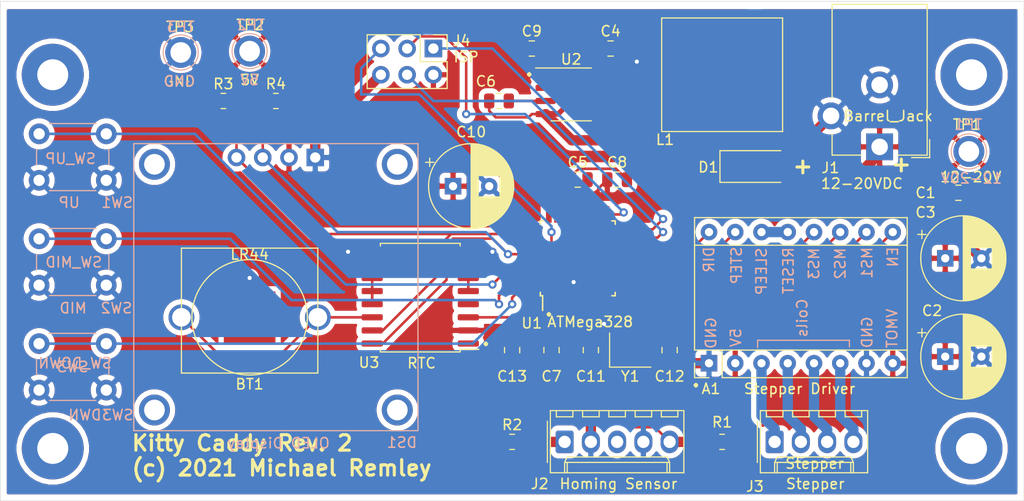
<source format=kicad_pcb>
(kicad_pcb (version 20171130) (host pcbnew "(5.1.10)-1")
  (layers (0 F.Cu signal) (31 B.Cu signal) (34 B.Paste user hide) (35 F.Paste user hide) (36 B.SilkS user) (37 F.SilkS user) (38 B.Mask user hide) (39 F.Mask user hide) (44 Edge.Cuts user))
  (net 0 "")
  (net 1 DIR)
  (net 2 +12V)
  (net 3 STEP)
  (net 4 GND)
  (net 5 "Net-(A1-Pad13)")
  (net 6 "Net-(A1-Pad6)")
  (net 7 "Net-(A1-Pad5)")
  (net 8 MS3)
  (net 9 "Net-(A1-Pad4)")
  (net 10 MS2)
  (net 11 "Net-(A1-Pad3)")
  (net 12 MS1)
  (net 13 +5V)
  (net 14 STEP_EN)
  (net 15 "Net-(D1-Pad1)")
  (net 16 SDA)
  (net 17 SCL)
  (net 18 SS_RESET)
  (net 19 MOSI)
  (net 20 SCK)
  (net 21 MISO)
  (net 22 HOMING)
  (net 23 SW_UP)
  (net 24 SW_MID)
  (net 25 SW_DOWN)
  (net 26 ALARM)
  (net 27 /VBAT)
  (net 28 "Net-(C5-Pad1)")
  (net 29 "Net-(C6-Pad2)")
  (net 30 "Net-(C11-Pad2)")
  (net 31 "Net-(C12-Pad1)")
  (net 32 "Net-(J2-Pad3)")
  (net 33 "Net-(J2-Pad1)")
  (net 34 "Net-(U1-Pad26)")
  (net 35 "Net-(U1-Pad25)")
  (net 36 "Net-(U1-Pad24)")
  (net 37 "Net-(U1-Pad23)")
  (net 38 "Net-(U1-Pad22)")
  (net 39 "Net-(U1-Pad19)")
  (net 40 "Net-(U2-Pad2)")
  (net 41 "Net-(U3-Pad4)")
  (net 42 "Net-(U3-Pad1)")
  (module @KittyCaddyLib:Keystone_2997_LR44_Holder_THT (layer F.Cu) (at 102.87 93.345 180)
    (fp_text reference BT1 (at 0 -6.477) (layer F.SilkS))
    (fp_text value 3.3V hide)
    (fp_text user LR44 (at 0 6.096) (layer F.SilkS))
    (pad 1 thru_hole circle (at 6.6 0 180) (size 2.5 2.5) (drill 1.8) (layers *.Cu *.Mask) (net 27 /VBAT))
    (pad 2 connect rect (at 0 0 180) (size 5 5) (layers F.Cu F.Mask) (net 4 GND))
    (pad 1 thru_hole circle (at -6.6 0 180) (size 2.5 2.5) (drill 1.8) (layers *.Cu *.Mask) (net 27 /VBAT))
  )
  (module Package_SO:SOIC-16W_7.5x10.3mm_P1.27mm (layer F.Cu) (at 119.38 91.44 180)
    (fp_text reference U3 (at 4.953 -6.2865) (layer F.SilkS))
    (fp_text value DS3231M)
    (pad 16 smd roundrect (at 4.65 -4.445 180) (size 2.05 0.6) (layers F.Cu F.Paste F.Mask) (net 17 SCL))
    (pad 15 smd roundrect (at 4.65 -3.175 180) (size 2.05 0.6) (layers F.Cu F.Paste F.Mask) (net 16 SDA))
    (pad 14 smd roundrect (at 4.65 -1.905 180) (size 2.05 0.6) (layers F.Cu F.Paste F.Mask) (net 27 /VBAT))
    (pad 13 smd roundrect (at 4.65 -0.635 180) (size 2.05 0.6) (layers F.Cu F.Paste F.Mask) (net 4 GND))
    (pad 12 smd roundrect (at 4.65 0.635 180) (size 2.05 0.6) (layers F.Cu F.Paste F.Mask) (net 4 GND))
    (pad 11 smd roundrect (at 4.65 1.905 180) (size 2.05 0.6) (layers F.Cu F.Paste F.Mask) (net 4 GND))
    (pad 10 smd roundrect (at 4.65 3.175 180) (size 2.05 0.6) (layers F.Cu F.Paste F.Mask) (net 4 GND))
    (pad 9 smd roundrect (at 4.65 4.445 180) (size 2.05 0.6) (layers F.Cu F.Paste F.Mask) (net 4 GND))
    (pad 8 smd roundrect (at -4.65 4.445 180) (size 2.05 0.6) (layers F.Cu F.Paste F.Mask) (net 4 GND))
    (pad 7 smd roundrect (at -4.65 3.175 180) (size 2.05 0.6) (layers F.Cu F.Paste F.Mask) (net 4 GND))
    (pad 6 smd roundrect (at -4.65 1.905 180) (size 2.05 0.6) (layers F.Cu F.Paste F.Mask) (net 4 GND))
    (pad 5 smd roundrect (at -4.65 0.635 180) (size 2.05 0.6) (layers F.Cu F.Paste F.Mask) (net 4 GND))
    (pad 4 smd roundrect (at -4.65 -0.635 180) (size 2.05 0.6) (layers F.Cu F.Paste F.Mask) (net 41 "Net-(U3-Pad4)"))
    (pad 3 smd roundrect (at -4.65 -1.905 180) (size 2.05 0.6) (layers F.Cu F.Paste F.Mask) (net 26 ALARM))
    (pad 2 smd roundrect (at -4.65 -3.175 180) (size 2.05 0.6) (layers F.Cu F.Paste F.Mask) (net 13 +5V))
    (pad 1 smd roundrect (at -4.65 -4.445 180) (size 2.05 0.6) (layers F.Cu F.Paste F.Mask) (net 42 "Net-(U3-Pad1)"))
  )
  (module TestPoint:TestPoint_Plated_Hole_D2.0mm (layer B.Cu) (at 96.2025 67.691 180)
    (fp_text reference TP3 (at 0 2.498) (layer B.SilkS) (effects (justify mirror)))
    (fp_text value GND)
    (pad 1 thru_hole circle (at 0 0 180) (size 3 3) (drill 2) (layers *.Cu *.Mask) (net 4 GND))
  )
  (module TestPoint:TestPoint_Plated_Hole_D2.0mm (layer B.Cu) (at 102.87 67.564)
    (fp_text reference TP2 (at 0.127 -2.54) (layer B.SilkS) (effects (justify mirror)))
    (fp_text value 5V)
    (pad 1 thru_hole circle (at 0 0) (size 3 3) (drill 2) (layers *.Cu *.Mask) (net 13 +5V))
  )
  (module TestPoint:TestPoint_Plated_Hole_D2.0mm (layer B.Cu) (at 172.466 77.2795)
    (fp_text reference TP1 (at -0.0635 -2.6035) (layer B.SilkS) (effects (justify mirror)))
    (fp_text value 12V)
    (pad 1 thru_hole circle (at 0 0) (size 3 3) (drill 2) (layers *.Cu *.Mask) (net 2 +12V))
  )
  (module @KittyCaddyLib:Inductor_Panasonic_12mm_x_11mm (layer F.Cu) (at 148.59 69.85 180)
    (fp_text reference L1 (at 5.5245 -6.2865 180) (layer F.SilkS))
    (fp_text value 47uH/3A)
    (pad 2 smd rect (at 4.313 0 180) (size 3.439 3.251) (layers F.Cu F.Paste F.Mask) (net 13 +5V))
    (pad 1 smd rect (at -4.313 0 180) (size 3.439 3.251) (layers F.Cu F.Paste F.Mask) (net 15 "Net-(D1-Pad1)"))
  )
  (module Capacitor_THT:CP_Radial_D8.0mm_P3.50mm (layer F.Cu) (at 122.555 80.645)
    (fp_text reference C10 (at 1.75 -5.25) (layer F.SilkS))
    (fp_text value 100uF)
    (pad 2 thru_hole circle (at 3.5 0) (size 1.6 1.6) (drill 0.8) (layers *.Cu *.Mask) (net 4 GND))
    (pad 1 thru_hole rect (at 0 0) (size 1.6 1.6) (drill 0.8) (layers *.Cu *.Mask) (net 13 +5V))
  )
  (module Capacitor_THT:CP_Radial_D8.0mm_P3.50mm (layer F.Cu) (at 170.18 87.63)
    (fp_text reference C3 (at -1.905 -4.445) (layer F.SilkS))
    (fp_text value 100uF)
    (pad 2 thru_hole circle (at 3.5 0) (size 1.6 1.6) (drill 0.8) (layers *.Cu *.Mask) (net 4 GND))
    (pad 1 thru_hole rect (at 0 0) (size 1.6 1.6) (drill 0.8) (layers *.Cu *.Mask) (net 2 +12V))
  )
  (module Capacitor_THT:CP_Radial_D8.0mm_P3.50mm (layer F.Cu) (at 170.18 97.155)
    (fp_text reference C2 (at -1.27 -4.445) (layer F.SilkS))
    (fp_text value 100uF50V)
    (pad 2 thru_hole circle (at 3.5 0) (size 1.6 1.6) (drill 0.8) (layers *.Cu *.Mask) (net 4 GND))
    (pad 1 thru_hole rect (at 0 0) (size 1.6 1.6) (drill 0.8) (layers *.Cu *.Mask) (net 2 +12V))
  )
  (module MountingHole:MountingHole_3mm_Pad (layer F.Cu) (at 172.72 106.045)
    (fp_text reference H4)
    (fp_text value MountingHole)
    (pad 1 thru_hole circle (at 0 0) (size 6 6) (drill 3) (layers *.Cu *.Mask))
  )
  (module MountingHole:MountingHole_3mm_Pad (layer F.Cu) (at 83.82 106.045)
    (fp_text reference H3 hide)
    (fp_text value MountingHole hide)
    (pad 1 thru_hole circle (at 0 0) (size 6 6) (drill 3) (layers *.Cu *.Mask))
  )
  (module MountingHole:MountingHole_3mm_Pad (layer F.Cu) (at 172.72 69.85)
    (fp_text reference H2)
    (fp_text value MountingHole)
    (pad 1 thru_hole circle (at 0 0) (size 6 6) (drill 3) (layers *.Cu *.Mask))
  )
  (module MountingHole:MountingHole_3mm_Pad (layer F.Cu) (at 83.82 69.85)
    (fp_text reference H1)
    (fp_text value MountingHole)
    (pad 1 thru_hole circle (at 0 0) (size 6 6) (drill 3) (layers *.Cu *.Mask))
  )
  (module Crystal:Crystal_SMD_3225-4Pin_3.2x2.5mm (layer F.Cu) (at 139.7 96.52)
    (fp_text reference Y1 (at 0 2.54) (layer F.SilkS))
    (fp_text value 16MHz)
    (pad 1 smd rect (at -1.1 0.85) (size 1.4 1.2) (layers F.Cu F.Paste F.Mask) (net 30 "Net-(C11-Pad2)"))
    (pad 2 smd rect (at 1.1 0.85) (size 1.4 1.2) (layers F.Cu F.Paste F.Mask) (net 4 GND))
    (pad 3 smd rect (at 1.1 -0.85) (size 1.4 1.2) (layers F.Cu F.Paste F.Mask) (net 31 "Net-(C12-Pad1)"))
    (pad 4 smd rect (at -1.1 -0.85) (size 1.4 1.2) (layers F.Cu F.Paste F.Mask) (net 4 GND))
  )
  (module Resistor_SMD:R_0805_2012Metric (layer F.Cu) (at 105.41 72.39)
    (fp_text reference R4 (at 0 -1.65) (layer F.SilkS))
    (fp_text value 10k)
    (pad 2 smd roundrect (at 0.9125 0) (size 1.025 1.4) (layers F.Cu F.Paste F.Mask) (roundrect_rratio 0.2439004878048781) (net 17 SCL))
    (pad 1 smd roundrect (at -0.9125 0) (size 1.025 1.4) (layers F.Cu F.Paste F.Mask) (roundrect_rratio 0.2439004878048781) (net 13 +5V))
  )
  (module Resistor_SMD:R_0805_2012Metric (layer F.Cu) (at 100.33 72.39)
    (fp_text reference R3 (at 0 -1.65) (layer F.SilkS))
    (fp_text value 10k)
    (pad 2 smd roundrect (at 0.9125 0) (size 1.025 1.4) (layers F.Cu F.Paste F.Mask) (roundrect_rratio 0.2439004878048781) (net 16 SDA))
    (pad 1 smd roundrect (at -0.9125 0) (size 1.025 1.4) (layers F.Cu F.Paste F.Mask) (roundrect_rratio 0.2439004878048781) (net 13 +5V))
  )
  (module Resistor_SMD:R_0805_2012Metric (layer F.Cu) (at 148.59 105.41 180)
    (fp_text reference R1 (at 0 1.905) (layer F.SilkS))
    (fp_text value 50k)
    (pad 2 smd roundrect (at 0.9125 0 180) (size 1.025 1.4) (layers F.Cu F.Paste F.Mask) (roundrect_rratio 0.2439004878048781) (net 22 HOMING))
    (pad 1 smd roundrect (at -0.9125 0 180) (size 1.025 1.4) (layers F.Cu F.Paste F.Mask) (roundrect_rratio 0.2439004878048781) (net 13 +5V))
  )
  (module Resistor_SMD:R_0805_2012Metric (layer F.Cu) (at 128.27 105.41)
    (fp_text reference R2 (at 0 -1.65) (layer F.SilkS))
    (fp_text value 220)
    (pad 2 smd roundrect (at 0.9125 0) (size 1.025 1.4) (layers F.Cu F.Paste F.Mask) (roundrect_rratio 0.2439004878048781) (net 33 "Net-(J2-Pad1)"))
    (pad 1 smd roundrect (at -0.9125 0) (size 1.025 1.4) (layers F.Cu F.Paste F.Mask) (roundrect_rratio 0.2439004878048781) (net 13 +5V))
  )
  (module Capacitor_SMD:C_0805_2012Metric (layer F.Cu) (at 143.51 96.52 270)
    (fp_text reference C12 (at 2.54 0 180) (layer F.SilkS))
    (fp_text value 18uF)
    (pad 1 smd roundrect (at -0.95 0 270) (size 1 1.45) (layers F.Cu F.Paste F.Mask) (net 31 "Net-(C12-Pad1)"))
    (pad 2 smd roundrect (at 0.95 0 270) (size 1 1.45) (layers F.Cu F.Paste F.Mask) (net 4 GND))
  )
  (module Capacitor_SMD:C_0805_2012Metric (layer F.Cu) (at 135.89 96.52 270)
    (fp_text reference C11 (at 2.54 0 180) (layer F.SilkS))
    (fp_text value 18uF)
    (pad 1 smd roundrect (at -0.95 0 270) (size 1 1.45) (layers F.Cu F.Paste F.Mask) (net 4 GND))
    (pad 2 smd roundrect (at 0.95 0 270) (size 1 1.45) (layers F.Cu F.Paste F.Mask) (net 30 "Net-(C11-Pad2)"))
  )
  (module Capacitor_SMD:C_0805_2012Metric (layer F.Cu) (at 132.08 96.52 270)
    (fp_text reference C7 (at 2.54 0 180) (layer F.SilkS))
    (fp_text value 100n)
    (pad 1 smd roundrect (at -0.95 0 270) (size 1 1.45) (layers F.Cu F.Paste F.Mask) (net 13 +5V))
    (pad 2 smd roundrect (at 0.95 0 270) (size 1 1.45) (layers F.Cu F.Paste F.Mask) (net 4 GND))
  )
  (module Capacitor_SMD:C_0805_2012Metric (layer F.Cu) (at 138.43 80.01)
    (fp_text reference C8 (at 0 -1.68) (layer F.SilkS))
    (fp_text value 100n)
    (pad 2 smd roundrect (at 0.95 0) (size 1 1.45) (layers F.Cu F.Paste F.Mask) (net 4 GND))
    (pad 1 smd roundrect (at -0.95 0) (size 1 1.45) (layers F.Cu F.Paste F.Mask) (net 13 +5V))
  )
  (module Capacitor_SMD:C_0805_2012Metric (layer F.Cu) (at 130.175 67.31)
    (fp_text reference C9 (at 0 -1.68) (layer F.SilkS))
    (fp_text value 1u)
    (pad 2 smd roundrect (at 0.95 0) (size 1 1.45) (layers F.Cu F.Paste F.Mask) (net 4 GND))
    (pad 1 smd roundrect (at -0.95 0) (size 1 1.45) (layers F.Cu F.Paste F.Mask) (net 13 +5V))
  )
  (module Capacitor_SMD:C_0805_2012Metric (layer F.Cu) (at 137.795 67.31)
    (fp_text reference C4 (at 0 -1.68) (layer F.SilkS))
    (fp_text value 1u)
    (pad 2 smd roundrect (at 0.95 0) (size 1 1.45) (layers F.Cu F.Paste F.Mask) (net 4 GND))
    (pad 1 smd roundrect (at -0.95 0) (size 1 1.45) (layers F.Cu F.Paste F.Mask) (net 2 +12V))
  )
  (module Capacitor_SMD:C_0805_2012Metric (layer F.Cu) (at 134.62 80.01 180)
    (fp_text reference C5 (at 0 1.68) (layer F.SilkS))
    (fp_text value 100n)
    (pad 1 smd roundrect (at -0.95 0 180) (size 1 1.45) (layers F.Cu F.Paste F.Mask) (net 28 "Net-(C5-Pad1)"))
    (pad 2 smd roundrect (at 0.95 0 180) (size 1 1.45) (layers F.Cu F.Paste F.Mask) (net 4 GND))
  )
  (module Capacitor_SMD:C_0805_2012Metric (layer F.Cu) (at 127 72.39)
    (fp_text reference C6 (at -1.27 -1.905) (layer F.SilkS))
    (fp_text value 1u)
    (pad 2 smd roundrect (at 0.95 0) (size 1 1.45) (layers F.Cu F.Paste F.Mask) (net 29 "Net-(C6-Pad2)"))
    (pad 1 smd roundrect (at -0.95 0) (size 1 1.45) (layers F.Cu F.Paste F.Mask) (net 2 +12V))
  )
  (module Capacitor_SMD:C_0805_2012Metric (layer F.Cu) (at 171.45 81.28)
    (fp_text reference C1 (at -3.175 0) (layer F.SilkS))
    (fp_text value 100n)
    (pad 2 smd roundrect (at 0.95 0) (size 1 1.45) (layers F.Cu F.Paste F.Mask) (net 4 GND))
    (pad 1 smd roundrect (at -0.95 0) (size 1 1.45) (layers F.Cu F.Paste F.Mask) (net 2 +12V))
  )
  (module Capacitor_SMD:C_0805_2012Metric (layer F.Cu) (at 128.27 96.52 270)
    (fp_text reference C13 (at 2.54 0 180) (layer F.SilkS))
    (fp_text value 100n)
    (pad 1 smd roundrect (at -0.95 0 270) (size 1 1.45) (layers F.Cu F.Paste F.Mask) (net 13 +5V))
    (pad 2 smd roundrect (at 0.95 0 270) (size 1 1.45) (layers F.Cu F.Paste F.Mask) (net 4 GND))
  )
  (module Package_QFP:TQFP-32_7x7mm_P0.8mm (layer F.Cu) (at 134.62 87.63 90)
    (fp_text reference U1 (at -6.2865 -4.445 180) (layer F.SilkS))
    (fp_text value ATmega328P-AU)
    (pad 1 smd rect (at -4.25 -2.8 90) (size 1.6 0.55) (layers F.Cu F.Paste F.Mask) (net 26 ALARM))
    (pad 2 smd rect (at -4.25 -2 90) (size 1.6 0.55) (layers F.Cu F.Paste F.Mask) (net 22 HOMING))
    (pad 3 smd rect (at -4.25 -1.2 90) (size 1.6 0.55) (layers F.Cu F.Paste F.Mask) (net 4 GND))
    (pad 4 smd rect (at -4.25 -0.4 90) (size 1.6 0.55) (layers F.Cu F.Paste F.Mask) (net 13 +5V))
    (pad 5 smd rect (at -4.25 0.4 90) (size 1.6 0.55) (layers F.Cu F.Paste F.Mask) (net 4 GND))
    (pad 6 smd rect (at -4.25 1.2 90) (size 1.6 0.55) (layers F.Cu F.Paste F.Mask) (net 13 +5V))
    (pad 7 smd rect (at -4.25 2 90) (size 1.6 0.55) (layers F.Cu F.Paste F.Mask) (net 30 "Net-(C11-Pad2)"))
    (pad 8 smd rect (at -4.25 2.8 90) (size 1.6 0.55) (layers F.Cu F.Paste F.Mask) (net 31 "Net-(C12-Pad1)"))
    (pad 9 smd rect (at -2.8 4.25 180) (size 1.6 0.55) (layers F.Cu F.Paste F.Mask) (net 14 STEP_EN))
    (pad 10 smd rect (at -2 4.25 180) (size 1.6 0.55) (layers F.Cu F.Paste F.Mask) (net 12 MS1))
    (pad 11 smd rect (at -1.2 4.25 180) (size 1.6 0.55) (layers F.Cu F.Paste F.Mask) (net 10 MS2))
    (pad 12 smd rect (at -0.4 4.25 180) (size 1.6 0.55) (layers F.Cu F.Paste F.Mask) (net 8 MS3))
    (pad 13 smd rect (at 0.4 4.25 180) (size 1.6 0.55) (layers F.Cu F.Paste F.Mask) (net 3 STEP))
    (pad 14 smd rect (at 1.2 4.25 180) (size 1.6 0.55) (layers F.Cu F.Paste F.Mask) (net 1 DIR))
    (pad 15 smd rect (at 2 4.25 180) (size 1.6 0.55) (layers F.Cu F.Paste F.Mask) (net 19 MOSI))
    (pad 16 smd rect (at 2.8 4.25 180) (size 1.6 0.55) (layers F.Cu F.Paste F.Mask) (net 21 MISO))
    (pad 17 smd rect (at 4.25 2.8 90) (size 1.6 0.55) (layers F.Cu F.Paste F.Mask) (net 20 SCK))
    (pad 18 smd rect (at 4.25 2 90) (size 1.6 0.55) (layers F.Cu F.Paste F.Mask) (net 13 +5V))
    (pad 19 smd rect (at 4.25 1.2 90) (size 1.6 0.55) (layers F.Cu F.Paste F.Mask) (net 39 "Net-(U1-Pad19)"))
    (pad 20 smd rect (at 4.25 0.4 90) (size 1.6 0.55) (layers F.Cu F.Paste F.Mask) (net 28 "Net-(C5-Pad1)"))
    (pad 21 smd rect (at 4.25 -0.4 90) (size 1.6 0.55) (layers F.Cu F.Paste F.Mask) (net 4 GND))
    (pad 22 smd rect (at 4.25 -1.2 90) (size 1.6 0.55) (layers F.Cu F.Paste F.Mask) (net 38 "Net-(U1-Pad22)"))
    (pad 23 smd rect (at 4.25 -2 90) (size 1.6 0.55) (layers F.Cu F.Paste F.Mask) (net 37 "Net-(U1-Pad23)"))
    (pad 24 smd rect (at 4.25 -2.8 90) (size 1.6 0.55) (layers F.Cu F.Paste F.Mask) (net 36 "Net-(U1-Pad24)"))
    (pad 25 smd rect (at 2.8 -4.25 180) (size 1.6 0.55) (layers F.Cu F.Paste F.Mask) (net 35 "Net-(U1-Pad25)"))
    (pad 26 smd rect (at 2 -4.25 180) (size 1.6 0.55) (layers F.Cu F.Paste F.Mask) (net 34 "Net-(U1-Pad26)"))
    (pad 27 smd rect (at 1.2 -4.25 180) (size 1.6 0.55) (layers F.Cu F.Paste F.Mask) (net 16 SDA))
    (pad 28 smd rect (at 0.4 -4.25 180) (size 1.6 0.55) (layers F.Cu F.Paste F.Mask) (net 17 SCL))
    (pad 29 smd rect (at -0.4 -4.25 180) (size 1.6 0.55) (layers F.Cu F.Paste F.Mask) (net 18 SS_RESET))
    (pad 30 smd rect (at -1.2 -4.25 180) (size 1.6 0.55) (layers F.Cu F.Paste F.Mask) (net 23 SW_UP))
    (pad 31 smd rect (at -2 -4.25 180) (size 1.6 0.55) (layers F.Cu F.Paste F.Mask) (net 24 SW_MID))
    (pad 32 smd rect (at -2.8 -4.25 180) (size 1.6 0.55) (layers F.Cu F.Paste F.Mask) (net 25 SW_DOWN))
  )
  (module Package_SO:SOIC-8_3.9x4.9mm_P1.27mm (layer F.Cu) (at 133.985 71.755)
    (fp_text reference U2 (at 0 -3.4 180) (layer F.SilkS))
    (fp_text value XL2012)
    (pad 8 smd roundrect (at 2.475 -1.905) (size 1.95 0.6) (layers F.Cu F.Paste F.Mask) (net 4 GND))
    (pad 7 smd roundrect (at 2.475 -0.635) (size 1.95 0.6) (layers F.Cu F.Paste F.Mask) (net 4 GND))
    (pad 6 smd roundrect (at 2.475 0.635) (size 1.95 0.6) (layers F.Cu F.Paste F.Mask) (net 15 "Net-(D1-Pad1)"))
    (pad 5 smd roundrect (at 2.475 1.905) (size 1.95 0.6) (layers F.Cu F.Paste F.Mask) (net 15 "Net-(D1-Pad1)"))
    (pad 4 smd roundrect (at -2.475 1.905) (size 1.95 0.6) (layers F.Cu F.Paste F.Mask) (net 2 +12V))
    (pad 3 smd roundrect (at -2.475 0.635) (size 1.95 0.6) (layers F.Cu F.Paste F.Mask) (net 29 "Net-(C6-Pad2)"))
    (pad 2 smd roundrect (at -2.475 -0.635) (size 1.95 0.6) (layers F.Cu F.Paste F.Mask) (net 40 "Net-(U2-Pad2)"))
    (pad 1 smd roundrect (at -2.475 -1.905) (size 1.95 0.6) (layers F.Cu F.Paste F.Mask) (net 13 +5V))
  )
  (module Button_Switch_THT:SW_PUSH_6mm_H9.5mm (layer B.Cu) (at 82.5004 100.3956)
    (fp_text reference SW3 (at 7.6061 2.4109) (layer B.SilkS) (effects (justify mirror)))
    (fp_text value SW_DOWN (at 3.4786 -2.6056) (layer B.SilkS) (effects (justify mirror)))
    (fp_text user %R (at 3.25 -2.25) (layer B.SilkS) (effects (justify mirror)))
    (pad 1 thru_hole circle (at 6.5 0 270) (size 2 2) (drill 1.1) (layers *.Cu *.Mask) (net 4 GND))
    (pad 2 thru_hole circle (at 6.5 -4.5 270) (size 2 2) (drill 1.1) (layers *.Cu *.Mask) (net 25 SW_DOWN))
    (pad 1 thru_hole circle (at 0 0 270) (size 2 2) (drill 1.1) (layers *.Cu *.Mask) (net 4 GND))
    (pad 2 thru_hole circle (at 0 -4.5 270) (size 2 2) (drill 1.1) (layers *.Cu *.Mask) (net 25 SW_DOWN))
  )
  (module Button_Switch_THT:SW_PUSH_6mm_H9.5mm (layer B.Cu) (at 82.5004 90.2356)
    (fp_text reference SW2 (at 7.4791 2.2204) (layer B.SilkS) (effects (justify mirror)))
    (fp_text value SW_MID (at 3.3516 -2.2246) (layer B.SilkS) (effects (justify mirror)))
    (pad 1 thru_hole circle (at 6.5 0 270) (size 2 2) (drill 1.1) (layers *.Cu *.Mask) (net 4 GND))
    (pad 2 thru_hole circle (at 6.5 -4.5 270) (size 2 2) (drill 1.1) (layers *.Cu *.Mask) (net 24 SW_MID))
    (pad 1 thru_hole circle (at 0 0 270) (size 2 2) (drill 1.1) (layers *.Cu *.Mask) (net 4 GND))
    (pad 2 thru_hole circle (at 0 -4.5 270) (size 2 2) (drill 1.1) (layers *.Cu *.Mask) (net 24 SW_MID))
  )
  (module Button_Switch_THT:SW_PUSH_6mm_H9.5mm (layer B.Cu) (at 82.5004 80.0756)
    (fp_text reference SW1 (at 7.5426 2.1569) (layer B.SilkS) (effects (justify mirror)))
    (fp_text value SW_UP (at 3.0341 -2.0976) (layer B.SilkS) (effects (justify mirror)))
    (pad 1 thru_hole circle (at 6.5 0 270) (size 2 2) (drill 1.1) (layers *.Cu *.Mask) (net 4 GND))
    (pad 2 thru_hole circle (at 6.5 -4.5 270) (size 2 2) (drill 1.1) (layers *.Cu *.Mask) (net 23 SW_UP))
    (pad 1 thru_hole circle (at 0 0 270) (size 2 2) (drill 1.1) (layers *.Cu *.Mask) (net 4 GND))
    (pad 2 thru_hole circle (at 0 -4.5 270) (size 2 2) (drill 1.1) (layers *.Cu *.Mask) (net 23 SW_UP))
  )
  (module Connector_Molex:Molex_KK-254_AE-6410-04A_1x04_P2.54mm_Vertical (layer F.Cu) (at 153.67 105.41)
    (fp_text reference J3 (at -1.905 4.318) (layer F.SilkS))
    (fp_text value Stepper (at 3.8735 2.0955) (layer F.SilkS))
    (pad 4 thru_hole oval (at 7.62 0) (size 1.74 2.19) (drill 1.19) (layers *.Cu *.Mask) (net 6 "Net-(A1-Pad6)"))
    (pad 3 thru_hole oval (at 5.08 0) (size 1.74 2.19) (drill 1.19) (layers *.Cu *.Mask) (net 7 "Net-(A1-Pad5)"))
    (pad 2 thru_hole oval (at 2.54 0) (size 1.74 2.19) (drill 1.19) (layers *.Cu *.Mask) (net 9 "Net-(A1-Pad4)"))
    (pad 1 thru_hole roundrect (at 0 0) (size 1.74 2.19) (drill 1.19) (layers *.Cu *.Mask) (roundrect_rratio 0.1436775862068966) (net 11 "Net-(A1-Pad3)"))
  )
  (module Connector_Molex:Molex_KK-254_AE-6410-05A_1x05_P2.54mm_Vertical (layer F.Cu) (at 133.35 105.41)
    (fp_text reference J2 (at -2.413 4.064) (layer F.SilkS))
    (fp_text value OPB740_Reflective_Object_Sensor)
    (pad 5 thru_hole oval (at 10.16 0) (size 1.74 2.19) (drill 1.19) (layers *.Cu *.Mask) (net 22 HOMING))
    (pad 4 thru_hole oval (at 7.62 0) (size 1.74 2.19) (drill 1.19) (layers *.Cu *.Mask) (net 4 GND))
    (pad 3 thru_hole oval (at 5.08 0) (size 1.74 2.19) (drill 1.19) (layers *.Cu *.Mask) (net 32 "Net-(J2-Pad3)"))
    (pad 2 thru_hole oval (at 2.54 0) (size 1.74 2.19) (drill 1.19) (layers *.Cu *.Mask) (net 4 GND))
    (pad 1 thru_hole roundrect (at 0 0) (size 1.74 2.19) (drill 1.19) (layers *.Cu *.Mask) (roundrect_rratio 0.1436775862068966) (net 33 "Net-(J2-Pad1)"))
  )
  (module Connector_PinHeader_2.54mm:PinHeader_2x03_P2.54mm_Vertical (layer F.Cu) (at 120.65 67.31 270)
    (fp_text reference J4 (at -0.762 -2.7305 180) (layer F.SilkS))
    (fp_text value ISP)
    (pad 6 thru_hole oval (at 2.54 5.08 270) (size 1.7 1.7) (drill 1) (layers *.Cu *.Mask) (net 4 GND))
    (pad 5 thru_hole oval (at 0 5.08 270) (size 1.7 1.7) (drill 1) (layers *.Cu *.Mask) (net 18 SS_RESET))
    (pad 4 thru_hole oval (at 2.54 2.54 270) (size 1.7 1.7) (drill 1) (layers *.Cu *.Mask) (net 19 MOSI))
    (pad 3 thru_hole oval (at 0 2.54 270) (size 1.7 1.7) (drill 1) (layers *.Cu *.Mask) (net 20 SCK))
    (pad 2 thru_hole oval (at 2.54 0 270) (size 1.7 1.7) (drill 1) (layers *.Cu *.Mask) (net 13 +5V))
    (pad 1 thru_hole rect (at 0 0 270) (size 1.7 1.7) (drill 1) (layers *.Cu *.Mask) (net 21 MISO))
  )
  (module @KittyCaddyLib:BarrelJack_CUI_PJ-102AH_Horizontal (layer F.Cu) (at 163.83 76.835 180)
    (fp_text reference J1 (at 4.7625 -2.032 180) (layer F.SilkS))
    (fp_text value Barrel_Jack (at -0.8255 2.9845 180) (layer F.SilkS))
    (pad MP thru_hole circle (at 4.7 3 180) (size 2.6 2.6) (drill 1.6) (layers *.Cu *.Mask) (net 4 GND))
    (pad 2 thru_hole circle (at 0 6 180) (size 2.6 2.6) (drill 1.6) (layers *.Cu *.Mask) (net 4 GND))
    (pad 1 thru_hole rect (at 0 0 180) (size 2.6 2.6) (drill 1.6) (layers *.Cu *.Mask) (net 2 +12V))
  )
  (module @KittyCaddyLib:SSD1306 (layer B.Cu) (at 101.6 78.105 180)
    (fp_text reference DS1 (at -16.002 -27.3685 180) (layer B.SilkS) (effects (justify mirror)))
    (fp_text value OLED_SSD1306)
    (pad 1 thru_hole rect (at -7.62 0.238 90) (size 1.7 1.7) (drill 1) (layers *.Cu *.Mask) (net 4 GND))
    (pad 2 thru_hole oval (at -5.08 0.238 90) (size 1.7 1.7) (drill 1) (layers *.Cu *.Mask) (net 13 +5V))
    (pad 3 thru_hole oval (at -2.54 0.238 90) (size 1.7 1.7) (drill 1) (layers *.Cu *.Mask) (net 17 SCL))
    (pad 4 thru_hole oval (at 0 0.238 90) (size 1.7 1.7) (drill 1) (layers *.Cu *.Mask) (net 16 SDA))
    (pad ~ thru_hole circle (at -15.56 -0.419 180) (size 3 3) (drill 2) (layers *.Cu *.Mask))
    (pad ~ thru_hole circle (at 7.94 -0.419 180) (size 3 3) (drill 2) (layers *.Cu *.Mask))
    (pad ~ thru_hole circle (at 7.94 -24.219 180) (size 3 3) (drill 2) (layers *.Cu *.Mask))
    (pad ~ thru_hole circle (at -15.56 -24.219 180) (size 3 3) (drill 2) (layers *.Cu *.Mask))
  )
  (module Diode_SMD:D_2010_5025Metric_Castellated (layer F.Cu) (at 151.765 78.74)
    (fp_text reference D1 (at -4.5085 0.0635) (layer F.SilkS))
    (fp_text value B540C)
    (pad 1 smd roundrect (at -2.275 0) (size 1.7 2.55) (layers F.Cu F.Paste F.Mask) (roundrect_rratio 0.1470588235294118) (net 15 "Net-(D1-Pad1)"))
    (pad 2 smd roundrect (at 2.275 0) (size 1.7 2.55) (layers F.Cu F.Paste F.Mask) (roundrect_rratio 0.1470588235294118) (net 4 GND))
  )
  (module @KittyCaddyLib:Pololu_Breakout-16_15.2x20.3mm (layer F.Cu) (at 147.32 97.79 90)
    (fp_text reference A1 (at -2.4765 0.1905) (layer F.SilkS))
    (fp_text value " ")
    (pad 16 thru_hole oval (at 12.7 0 90) (size 1.6 1.6) (drill 0.8) (layers *.Cu *.Mask) (net 1 DIR))
    (pad 8 thru_hole oval (at 0 17.78 90) (size 1.6 1.6) (drill 0.8) (layers *.Cu *.Mask) (net 2 +12V))
    (pad 15 thru_hole oval (at 12.7 2.54 90) (size 1.6 1.6) (drill 0.8) (layers *.Cu *.Mask) (net 3 STEP))
    (pad 7 thru_hole oval (at 0 15.24 90) (size 1.6 1.6) (drill 0.8) (layers *.Cu *.Mask) (net 4 GND))
    (pad 14 thru_hole oval (at 12.7 5.08 90) (size 1.6 1.6) (drill 0.8) (layers *.Cu *.Mask) (net 5 "Net-(A1-Pad13)"))
    (pad 6 thru_hole oval (at 0 12.7 90) (size 1.6 1.6) (drill 0.8) (layers *.Cu *.Mask) (net 6 "Net-(A1-Pad6)"))
    (pad 13 thru_hole oval (at 12.7 7.62 90) (size 1.6 1.6) (drill 0.8) (layers *.Cu *.Mask) (net 5 "Net-(A1-Pad13)"))
    (pad 5 thru_hole oval (at 0 10.16 90) (size 1.6 1.6) (drill 0.8) (layers *.Cu *.Mask) (net 7 "Net-(A1-Pad5)"))
    (pad 12 thru_hole oval (at 12.7 10.16 90) (size 1.6 1.6) (drill 0.8) (layers *.Cu *.Mask) (net 8 MS3))
    (pad 4 thru_hole oval (at 0 7.62 90) (size 1.6 1.6) (drill 0.8) (layers *.Cu *.Mask) (net 9 "Net-(A1-Pad4)"))
    (pad 11 thru_hole oval (at 12.7 12.7 90) (size 1.6 1.6) (drill 0.8) (layers *.Cu *.Mask) (net 10 MS2))
    (pad 3 thru_hole oval (at 0 5.08 90) (size 1.6 1.6) (drill 0.8) (layers *.Cu *.Mask) (net 11 "Net-(A1-Pad3)"))
    (pad 10 thru_hole oval (at 12.7 15.24 90) (size 1.6 1.6) (drill 0.8) (layers *.Cu *.Mask) (net 12 MS1))
    (pad 2 thru_hole oval (at 0 2.54 90) (size 1.6 1.6) (drill 0.8) (layers *.Cu *.Mask) (net 13 +5V))
    (pad 9 thru_hole oval (at 12.7 17.78 90) (size 1.6 1.6) (drill 0.8) (layers *.Cu *.Mask) (net 14 STEP_EN))
    (pad 1 thru_hole rect (at 0 0 90) (size 1.6 1.6) (drill 0.8) (layers *.Cu *.Mask) (net 4 GND))
  )
  (gr_line (start 160.909 95.5675) (end 160.909 96.2025) (layer B.SilkS) (width 0.12))
  (gr_line (start 152.019 95.5675) (end 160.909 95.5675) (layer B.SilkS) (width 0.12))
  (gr_line (start 152.019 96.266) (end 152.019 95.5675) (layer B.SilkS) (width 0.12))
  (gr_text VMOT (at 165.0365 94.4245 90) (layer B.SilkS) (effects (font (size 1 1) (thickness 0.14986)) (justify mirror)))
  (gr_text GND (at 162.6235 94.8055 90) (layer B.SilkS) (effects (font (size 1 1) (thickness 0.14986)) (justify mirror)))
  (gr_text GND (at 147.5105 94.869 90) (layer B.SilkS) (effects (font (size 1 1) (thickness 0.14986)) (justify mirror)))
  (gr_text 5V (at 149.9235 95.3135 90) (layer B.SilkS) (effects (font (size 1 1) (thickness 0.14986)) (justify mirror)))
  (gr_text Coils (at 156.337 93.4085 90) (layer B.SilkS) (effects (font (size 1 1) (thickness 0.14986)) (justify mirror)))
  (gr_text MS3 (at 157.48 88.138 90) (layer B.SilkS) (effects (font (size 1 1) (thickness 0.14986)) (justify mirror)))
  (gr_text MS2 (at 160.02 88.138 90) (layer B.SilkS) (effects (font (size 1 1) (thickness 0.14986)) (justify mirror)))
  (gr_text MS1 (at 162.6235 88.0745 90) (layer B.SilkS) (effects (font (size 1 1) (thickness 0.14986)) (justify mirror)))
  (gr_text RESET (at 155.0035 88.8365 90) (layer B.SilkS) (effects (font (size 1 1) (thickness 0.14986)) (justify mirror)))
  (gr_text SLEEP (at 152.4 88.9 90) (layer B.SilkS) (effects (font (size 1 1) (thickness 0.14986)) (justify mirror)))
  (gr_text EN (at 165.1 87.503 90) (layer B.SilkS) (effects (font (size 1 1) (thickness 0.14986)) (justify mirror)))
  (gr_text STEP (at 149.987 88.3285 90) (layer B.SilkS) (effects (font (size 1 1) (thickness 0.14986)) (justify mirror)))
  (gr_text DIR (at 147.32 87.757 90) (layer B.SilkS) (effects (font (size 1 1) (thickness 0.14986)) (justify mirror)))
  (gr_text 12-20V (at 172.6565 79.756) (layer F.SilkS) (effects (font (size 1 1) (thickness 0.14986))))
  (gr_text TP1 (at 172.2755 74.676) (layer F.SilkS) (effects (font (size 1 1) (thickness 0.14986))))
  (gr_text TP2 (at 102.9335 65.024) (layer F.SilkS) (effects (font (size 1 1) (thickness 0.14986))))
  (gr_text TP3 (at 96.139 65.2145) (layer F.SilkS) (effects (font (size 1 1) (thickness 0.14986))))
  (gr_text 5V (at 102.87 70.358) (layer F.SilkS) (effects (font (size 1 1) (thickness 0.14986))))
  (gr_text GND (at 96.0755 70.485) (layer F.SilkS) (effects (font (size 1 1) (thickness 0.14986))))
  (gr_text GND (at 96.0755 70.485) (layer B.SilkS) (effects (font (size 1 1) (thickness 0.14986)) (justify mirror)))
  (gr_text 12-20V (at 172.72 79.883) (layer B.SilkS) (effects (font (size 1 1) (thickness 0.14986)) (justify mirror)))
  (gr_text 5V (at 102.87 70.358) (layer B.SilkS) (effects (font (size 1 1) (thickness 0.14986)) (justify mirror)))
  (gr_text . (at 146.05 99.314) (layer F.SilkS) (effects (font (size 1.5 1.5) (thickness 0.3)) (justify mirror)))
  (gr_text + (at 165.9255 78.486) (layer F.SilkS) (effects (font (size 1.5 1.5) (thickness 0.3)) (justify mirror)))
  (gr_text UP (at 85.4075 82.2325) (layer B.SilkS) (effects (font (size 1 1) (thickness 0.14986)) (justify mirror)))
  (gr_text MID (at 85.7885 92.456) (layer B.SilkS) (effects (font (size 1 1) (thickness 0.14986)) (justify mirror)))
  (gr_text DWN (at 86.9315 102.8065) (layer B.SilkS) (effects (font (size 1 1) (thickness 0.14986)) (justify mirror)))
  (gr_text 12-20VDC (at 162.1155 80.391) (layer F.SilkS) (effects (font (size 1 1) (thickness 0.14986))))
  (gr_text Stepper (at 157.607 109.474) (layer F.SilkS) (effects (font (size 1 1) (thickness 0.14986))))
  (gr_text "Kitty Caddy Rev. 2\n(c) 2021 Michael Remley" (at 91.313 106.7435) (layer F.SilkS) (effects (font (size 1.5 1.5) (thickness 0.3)) (justify left)))
  (gr_text . (at 131.826 92.456) (layer F.SilkS) (effects (font (size 1.5 1.5) (thickness 0.3)) (justify mirror)))
  (gr_text . (at 125.73 95.3135) (layer F.SilkS) (effects (font (size 1.5 1.5) (thickness 0.3)) (justify mirror)))
  (gr_text . (at 129.921 69.215) (layer F.SilkS) (effects (font (size 1.5 1.5) (thickness 0.3)) (justify mirror)))
  (gr_text + (at 156.4005 78.6765) (layer F.SilkS) (effects (font (size 1.5 1.5) (thickness 0.3)) (justify mirror)))
  (gr_text ISP (at 123.825 68.1355) (layer F.SilkS) (effects (font (size 1 1) (thickness 0.14986))))
  (gr_text ATMega328 (at 135.8265 93.7895) (layer F.SilkS) (effects (font (size 1 1) (thickness 0.14986))))
  (gr_text "OLED Display" (at 105.664 105.537) (layer B.SilkS) (effects (font (size 1 1) (thickness 0.14986)) (justify mirror)))
  (gr_text RTC (at 119.507 97.79) (layer F.SilkS) (effects (font (size 1 1) (thickness 0.14986))))
  (gr_text "Homing Sensor" (at 138.557 109.474) (layer F.SilkS) (effects (font (size 1 1) (thickness 0.14986))))
  (gr_text "Stepper Driver" (at 156.083 100.2665) (layer F.SilkS) (effects (font (size 1 1) (thickness 0.14986))))
  (gr_line (start 177.8 62.738) (end 177.8 111.125) (layer Edge.Cuts) (width 0.05))
  (gr_line (start 78.74 62.738) (end 78.74 111.125) (layer Edge.Cuts) (width 0.05))
  (gr_line (start 78.74 111.125) (end 177.8 111.125) (layer Edge.Cuts) (width 0.05))
  (gr_line (start 78.74 62.738) (end 177.8 62.738) (layer Edge.Cuts) (width 0.05))
  (segment (start 145.98 86.43) (end 147.32 85.09) (width 0.25) (layer F.Cu) (net 1))
  (segment (start 138.87 86.43) (end 145.98 86.43) (width 0.25) (layer F.Cu) (net 1))
  (segment (start 131.51 73.66) (end 132.715 73.66) (width 0.5) (layer F.Cu) (net 2))
  (segment (start 132.715 73.66) (end 133.985 72.39) (width 0.5) (layer F.Cu) (net 2))
  (segment (start 133.985 72.39) (end 133.985 69.215) (width 0.5) (layer F.Cu) (net 2))
  (segment (start 135.89 67.31) (end 136.845 67.31) (width 0.5) (layer F.Cu) (net 2))
  (segment (start 133.985 69.215) (end 135.89 67.31) (width 0.5) (layer F.Cu) (net 2))
  (segment (start 163.83 76.835) (end 163.83 77.47) (width 1) (layer F.Cu) (net 2))
  (segment (start 163.83 77.47) (end 159.385 81.915) (width 1) (layer F.Cu) (net 2))
  (segment (start 159.385 81.915) (end 145.415 81.915) (width 1) (layer F.Cu) (net 2))
  (segment (start 145.415 81.915) (end 139.7 76.2) (width 1) (layer F.Cu) (net 2))
  (segment (start 134.05 76.2) (end 131.51 73.66) (width 1) (layer F.Cu) (net 2))
  (segment (start 139.7 76.2) (end 134.05 76.2) (width 1) (layer F.Cu) (net 2))
  (segment (start 126.05 73.345) (end 126.05 72.39) (width 0.25) (layer F.Cu) (net 2))
  (segment (start 126.68 73.975) (end 126.05 73.345) (width 0.25) (layer F.Cu) (net 2))
  (segment (start 129.86 73.975) (end 126.68 73.975) (width 0.25) (layer F.Cu) (net 2))
  (segment (start 130.175 73.66) (end 129.86 73.975) (width 0.25) (layer F.Cu) (net 2))
  (segment (start 131.51 73.66) (end 130.175 73.66) (width 0.25) (layer F.Cu) (net 2))
  (segment (start 147.72 87.23) (end 149.86 85.09) (width 0.25) (layer F.Cu) (net 3))
  (segment (start 138.87 87.23) (end 147.72 87.23) (width 0.25) (layer F.Cu) (net 3))
  (segment (start 138.745 66.355) (end 138.745 67.31) (width 0.5) (layer F.Cu) (net 4))
  (segment (start 137.795 65.405) (end 138.745 66.355) (width 0.5) (layer F.Cu) (net 4))
  (segment (start 133.03 65.405) (end 137.795 65.405) (width 0.5) (layer F.Cu) (net 4))
  (segment (start 131.125 67.31) (end 133.03 65.405) (width 0.5) (layer F.Cu) (net 4))
  (segment (start 154.225 78.74) (end 159.13 73.835) (width 1) (layer F.Cu) (net 4))
  (segment (start 154.04 78.74) (end 154.225 78.74) (width 1) (layer F.Cu) (net 4))
  (segment (start 143.83 97.79) (end 143.51 97.47) (width 1) (layer F.Cu) (net 4))
  (segment (start 141.22 97.79) (end 140.8 97.37) (width 1) (layer F.Cu) (net 4))
  (segment (start 144.78 97.79) (end 141.22 97.79) (width 1) (layer F.Cu) (net 4))
  (segment (start 147.32 97.79) (end 144.78 97.79) (width 1) (layer F.Cu) (net 4))
  (segment (start 144.78 97.79) (end 143.83 97.79) (width 1) (layer F.Cu) (net 4))
  (segment (start 138.5 95.57) (end 138.6 95.67) (width 1) (layer F.Cu) (net 4))
  (segment (start 128.27 97.47) (end 132.08 97.47) (width 1) (layer F.Cu) (net 4))
  (segment (start 132.08 97.47) (end 135.89 101.28) (width 1) (layer F.Cu) (net 4))
  (segment (start 135.89 101.28) (end 135.89 105.41) (width 1) (layer F.Cu) (net 4))
  (via (at 137.16 93.98) (size 0.8) (drill 0.4) (layers F.Cu B.Cu) (net 4))
  (segment (start 137.16 95.25) (end 136.84 95.57) (width 1) (layer F.Cu) (net 4))
  (segment (start 137.16 93.98) (end 137.16 95.25) (width 1) (layer F.Cu) (net 4))
  (segment (start 136.84 95.57) (end 138.5 95.57) (width 1) (layer F.Cu) (net 4))
  (segment (start 135.89 95.57) (end 136.84 95.57) (width 1) (layer F.Cu) (net 4))
  (segment (start 134.22 90.03) (end 134.22 89.935) (width 0.25) (layer F.Cu) (net 4))
  (segment (start 133.42 90.83) (end 134.22 90.03) (width 0.25) (layer F.Cu) (net 4))
  (segment (start 133.42 91.88) (end 133.42 90.83) (width 0.25) (layer F.Cu) (net 4))
  (segment (start 135.02 90.83) (end 135.02 91.88) (width 0.25) (layer F.Cu) (net 4))
  (segment (start 134.22 90.03) (end 135.02 90.83) (width 0.25) (layer F.Cu) (net 4))
  (segment (start 134.22 89.935) (end 134.22 83.38) (width 0.25) (layer F.Cu) (net 4))
  (via (at 134.22 89.935) (size 0.8) (drill 0.4) (layers F.Cu B.Cu) (net 4))
  (segment (start 124.03 86.995) (end 124.03 90.805) (width 0.25) (layer F.Cu) (net 4))
  (via (at 102.87 89.535) (size 0.8) (drill 0.4) (layers F.Cu B.Cu) (net 4))
  (segment (start 102.87 89.535) (end 102.87 93.345) (width 0.25) (layer F.Cu) (net 4))
  (segment (start 114.73 92.075) (end 114.73 86.995) (width 0.25) (layer F.Cu) (net 4))
  (via (at 112.395 86.995) (size 0.8) (drill 0.4) (layers F.Cu B.Cu) (net 4))
  (segment (start 112.395 86.995) (end 114.73 86.995) (width 0.25) (layer F.Cu) (net 4))
  (via (at 126.365 86.995) (size 0.8) (drill 0.4) (layers F.Cu B.Cu) (net 4))
  (segment (start 124.03 86.995) (end 126.365 86.995) (width 0.25) (layer F.Cu) (net 4))
  (segment (start 172.4 86.35) (end 173.68 87.63) (width 1) (layer F.Cu) (net 4))
  (segment (start 172.4 81.28) (end 172.4 86.35) (width 1) (layer F.Cu) (net 4))
  (segment (start 136.46 71.12) (end 136.46 69.85) (width 0.25) (layer F.Cu) (net 4))
  (segment (start 138.745 67.565) (end 138.745 67.31) (width 0.25) (layer F.Cu) (net 4))
  (segment (start 136.46 69.85) (end 138.745 67.565) (width 0.25) (layer F.Cu) (net 4))
  (via (at 140.335 68.58) (size 0.8) (drill 0.4) (layers F.Cu B.Cu) (net 4))
  (segment (start 139.065 67.31) (end 140.335 68.58) (width 0.25) (layer F.Cu) (net 4))
  (segment (start 138.745 67.31) (end 139.065 67.31) (width 0.25) (layer F.Cu) (net 4))
  (segment (start 134.22 80.56) (end 133.67 80.01) (width 0.25) (layer F.Cu) (net 4))
  (segment (start 134.22 83.38) (end 134.22 80.56) (width 0.25) (layer F.Cu) (net 4))
  (segment (start 138.32999 78.95999) (end 139.38 80.01) (width 0.25) (layer F.Cu) (net 4))
  (segment (start 134.72001 78.95999) (end 138.32999 78.95999) (width 0.25) (layer F.Cu) (net 4))
  (segment (start 133.67 80.01) (end 134.72001 78.95999) (width 0.25) (layer F.Cu) (net 4))
  (segment (start 109.22 76.2) (end 115.57 69.85) (width 1) (layer F.Cu) (net 4))
  (segment (start 109.22 77.867) (end 109.22 76.2) (width 1) (layer F.Cu) (net 4))
  (segment (start 152.4 85.09) (end 154.94 85.09) (width 1) (layer B.Cu) (net 5))
  (segment (start 160.02 97.79) (end 160.02 102.87) (width 1) (layer B.Cu) (net 6))
  (segment (start 161.29 104.14) (end 161.29 105.41) (width 1) (layer B.Cu) (net 6))
  (segment (start 160.02 102.87) (end 161.29 104.14) (width 1) (layer B.Cu) (net 6))
  (segment (start 157.48 97.79) (end 157.48 102.9335) (width 1) (layer B.Cu) (net 7))
  (segment (start 158.75 104.2035) (end 158.75 105.41) (width 1) (layer B.Cu) (net 7))
  (segment (start 157.48 102.9335) (end 158.75 104.2035) (width 1) (layer B.Cu) (net 7))
  (segment (start 154.54 88.03) (end 157.48 85.09) (width 0.25) (layer F.Cu) (net 8))
  (segment (start 138.87 88.03) (end 154.54 88.03) (width 0.25) (layer F.Cu) (net 8))
  (segment (start 154.94 97.79) (end 154.94 102.87) (width 1) (layer B.Cu) (net 9))
  (segment (start 156.21 104.14) (end 156.21 105.41) (width 1) (layer B.Cu) (net 9))
  (segment (start 154.94 102.87) (end 156.21 104.14) (width 1) (layer B.Cu) (net 9))
  (segment (start 156.28 88.83) (end 160.02 85.09) (width 0.25) (layer F.Cu) (net 10))
  (segment (start 138.87 88.83) (end 156.28 88.83) (width 0.25) (layer F.Cu) (net 10))
  (segment (start 152.4 97.79) (end 152.4 102.87) (width 1) (layer B.Cu) (net 11))
  (segment (start 153.67 104.14) (end 153.67 105.41) (width 1) (layer B.Cu) (net 11))
  (segment (start 152.4 102.87) (end 153.67 104.14) (width 1) (layer B.Cu) (net 11))
  (segment (start 158.02 89.63) (end 162.56 85.09) (width 0.25) (layer F.Cu) (net 12))
  (segment (start 138.87 89.63) (end 158.02 89.63) (width 0.25) (layer F.Cu) (net 12))
  (segment (start 129.225 67.31) (end 129.225 68.9) (width 0.5) (layer F.Cu) (net 13))
  (segment (start 130.175 69.85) (end 131.51 69.85) (width 0.5) (layer F.Cu) (net 13))
  (segment (start 129.225 68.9) (end 130.175 69.85) (width 0.5) (layer F.Cu) (net 13))
  (segment (start 144.277 68.077) (end 144.277 69.85) (width 0.5) (layer F.Cu) (net 13))
  (segment (start 140.335 64.135) (end 144.277 68.077) (width 0.5) (layer F.Cu) (net 13))
  (segment (start 132.4 64.135) (end 140.335 64.135) (width 0.5) (layer F.Cu) (net 13))
  (segment (start 129.225 67.31) (end 132.4 64.135) (width 0.5) (layer F.Cu) (net 13))
  (segment (start 136.62 84.43) (end 136.62 83.38) (width 0.25) (layer F.Cu) (net 13))
  (segment (start 135.82 85.23) (end 136.62 84.43) (width 0.25) (layer F.Cu) (net 13))
  (segment (start 135.82 91.88) (end 135.82 85.23) (width 0.25) (layer F.Cu) (net 13))
  (segment (start 136.62 80.87) (end 137.48 80.01) (width 0.25) (layer F.Cu) (net 13))
  (segment (start 136.62 83.38) (end 136.62 80.87) (width 0.25) (layer F.Cu) (net 13))
  (segment (start 134.22 92.740002) (end 134.22 91.88) (width 0.25) (layer F.Cu) (net 13))
  (segment (start 134.484999 93.005001) (end 134.22 92.740002) (width 0.25) (layer F.Cu) (net 13))
  (segment (start 135.555001 93.005001) (end 134.484999 93.005001) (width 0.25) (layer F.Cu) (net 13))
  (segment (start 135.82 92.740002) (end 135.555001 93.005001) (width 0.25) (layer F.Cu) (net 13))
  (segment (start 135.82 91.88) (end 135.82 92.740002) (width 0.25) (layer F.Cu) (net 13))
  (segment (start 159.76 90.43) (end 165.1 85.09) (width 0.25) (layer F.Cu) (net 14))
  (segment (start 138.87 90.43) (end 159.76 90.43) (width 0.25) (layer F.Cu) (net 14))
  (segment (start 149.49 73.263) (end 152.903 69.85) (width 1) (layer F.Cu) (net 15))
  (segment (start 149.49 78.74) (end 149.49 73.263) (width 1) (layer F.Cu) (net 15))
  (segment (start 136.46 72.39) (end 137.333 73.263) (width 1) (layer F.Cu) (net 15))
  (segment (start 137.398 73.263) (end 136.763 73.263) (width 1) (layer F.Cu) (net 15))
  (segment (start 137.333 73.263) (end 137.398 73.263) (width 1) (layer F.Cu) (net 15))
  (segment (start 149.49 73.263) (end 137.398 73.263) (width 1) (layer F.Cu) (net 15))
  (segment (start 101.6 72.7475) (end 101.2425 72.39) (width 0.25) (layer F.Cu) (net 16))
  (segment (start 101.6 77.867) (end 101.6 72.7475) (width 0.25) (layer F.Cu) (net 16))
  (segment (start 128.16499 85.27499) (end 129.32 86.43) (width 0.25) (layer F.Cu) (net 16))
  (segment (start 121.469991 86.173599) (end 122.3686 85.27499) (width 0.25) (layer F.Cu) (net 16))
  (segment (start 121.46999 88.90001) (end 121.469991 86.173599) (width 0.25) (layer F.Cu) (net 16))
  (segment (start 115.755 94.615) (end 121.46999 88.90001) (width 0.25) (layer F.Cu) (net 16))
  (segment (start 129.32 86.43) (end 130.37 86.43) (width 0.25) (layer F.Cu) (net 16))
  (segment (start 114.73 94.615) (end 115.755 94.615) (width 0.25) (layer F.Cu) (net 16))
  (segment (start 101.6 77.867) (end 109.00799 85.27499) (width 0.25) (layer F.Cu) (net 16))
  (segment (start 122.73999 85.27499) (end 128.16499 85.27499) (width 0.25) (layer F.Cu) (net 16))
  (segment (start 109.00799 85.27499) (end 122.73999 85.27499) (width 0.25) (layer F.Cu) (net 16))
  (segment (start 122.3686 85.27499) (end 122.73999 85.27499) (width 0.25) (layer F.Cu) (net 16))
  (segment (start 104.14 74.5725) (end 106.3225 72.39) (width 0.25) (layer F.Cu) (net 17))
  (segment (start 104.14 77.867) (end 104.14 74.5725) (width 0.25) (layer F.Cu) (net 17))
  (segment (start 115.755 95.885) (end 114.73 95.885) (width 0.25) (layer F.Cu) (net 17))
  (segment (start 121.92 89.72) (end 115.755 95.885) (width 0.25) (layer F.Cu) (net 17))
  (segment (start 122.555 85.725) (end 121.92 86.36) (width 0.25) (layer F.Cu) (net 17))
  (segment (start 127.87 87.23) (end 126.365 85.725) (width 0.25) (layer F.Cu) (net 17))
  (segment (start 121.92 86.36) (end 121.92 89.72) (width 0.25) (layer F.Cu) (net 17))
  (segment (start 126.365 85.725) (end 122.555 85.725) (width 0.25) (layer F.Cu) (net 17))
  (segment (start 130.37 87.23) (end 127.87 87.23) (width 0.25) (layer F.Cu) (net 17))
  (via (at 127.87 87.23) (size 0.8) (drill 0.4) (layers F.Cu B.Cu) (net 17))
  (segment (start 104.14 77.867) (end 111.363 85.09) (width 0.25) (layer B.Cu) (net 17))
  (segment (start 125.73 85.09) (end 127.87 87.23) (width 0.25) (layer B.Cu) (net 17))
  (segment (start 111.363 85.09) (end 125.73 85.09) (width 0.25) (layer B.Cu) (net 17))
  (via (at 132.08 85.09) (size 0.8) (drill 0.4) (layers F.Cu B.Cu) (net 18))
  (segment (start 132.08 87.37) (end 132.08 85.09) (width 0.25) (layer F.Cu) (net 18))
  (segment (start 131.42 88.03) (end 132.08 87.37) (width 0.25) (layer F.Cu) (net 18))
  (segment (start 130.37 88.03) (end 131.42 88.03) (width 0.25) (layer F.Cu) (net 18))
  (segment (start 113.665 69.215) (end 115.57 67.31) (width 0.25) (layer B.Cu) (net 18))
  (segment (start 113.665 71.755) (end 113.665 69.215) (width 0.25) (layer B.Cu) (net 18))
  (segment (start 119.310685 71.755) (end 113.665 71.755) (width 0.25) (layer B.Cu) (net 18))
  (segment (start 132.08 84.524315) (end 119.310685 71.755) (width 0.25) (layer B.Cu) (net 18))
  (segment (start 132.08 85.09) (end 132.08 84.524315) (width 0.25) (layer B.Cu) (net 18))
  (via (at 142.875 85.09) (size 0.8) (drill 0.4) (layers F.Cu B.Cu) (net 19))
  (segment (start 142.335 85.63) (end 142.875 85.09) (width 0.25) (layer F.Cu) (net 19))
  (segment (start 138.87 85.63) (end 142.335 85.63) (width 0.25) (layer F.Cu) (net 19))
  (segment (start 142.875 85.09) (end 130.175 72.39) (width 0.25) (layer B.Cu) (net 19))
  (segment (start 120.65 72.39) (end 118.11 69.85) (width 0.25) (layer B.Cu) (net 19))
  (segment (start 130.175 72.39) (end 120.65 72.39) (width 0.25) (layer B.Cu) (net 19))
  (via (at 139.065 83.185) (size 0.8) (drill 0.4) (layers F.Cu B.Cu) (net 20))
  (segment (start 138.87 83.38) (end 139.065 83.185) (width 0.25) (layer F.Cu) (net 20))
  (segment (start 137.42 83.38) (end 138.87 83.38) (width 0.25) (layer F.Cu) (net 20))
  (via (at 123.825 73.66) (size 0.8) (drill 0.4) (layers F.Cu B.Cu) (net 20))
  (segment (start 129.54 73.66) (end 123.825 73.66) (width 0.25) (layer B.Cu) (net 20))
  (segment (start 139.065 83.185) (end 129.54 73.66) (width 0.25) (layer B.Cu) (net 20))
  (segment (start 119.285001 66.134999) (end 118.11 67.31) (width 0.25) (layer F.Cu) (net 20))
  (segment (start 121.760001 66.134999) (end 119.285001 66.134999) (width 0.25) (layer F.Cu) (net 20))
  (segment (start 123.825 68.199998) (end 121.760001 66.134999) (width 0.25) (layer F.Cu) (net 20))
  (segment (start 123.825 73.66) (end 123.825 68.199998) (width 0.25) (layer F.Cu) (net 20))
  (via (at 142.875 83.82) (size 0.8) (drill 0.4) (layers F.Cu B.Cu) (net 21))
  (segment (start 126.365 67.31) (end 142.875 83.82) (width 0.25) (layer B.Cu) (net 21))
  (segment (start 120.65 67.31) (end 126.365 67.31) (width 0.25) (layer B.Cu) (net 21))
  (segment (start 141.865 84.83) (end 138.87 84.83) (width 0.25) (layer F.Cu) (net 21))
  (segment (start 142.875 83.82) (end 141.865 84.83) (width 0.25) (layer F.Cu) (net 21))
  (segment (start 132.62 91.88) (end 132.62 93.25) (width 0.25) (layer F.Cu) (net 22))
  (segment (start 132.62 93.25) (end 133.985 94.615) (width 0.25) (layer F.Cu) (net 22))
  (segment (start 142.08999 103.98999) (end 143.51 105.41) (width 0.25) (layer F.Cu) (net 22))
  (segment (start 139.76673 103.98999) (end 142.08999 103.98999) (width 0.25) (layer F.Cu) (net 22))
  (segment (start 133.985 98.20826) (end 139.76673 103.98999) (width 0.25) (layer F.Cu) (net 22))
  (segment (start 133.985 94.615) (end 133.985 98.20826) (width 0.25) (layer F.Cu) (net 22))
  (segment (start 143.51 105.41) (end 147.6775 105.41) (width 1) (layer F.Cu) (net 22))
  (via (at 126.365 90.17) (size 0.8) (drill 0.4) (layers F.Cu B.Cu) (net 23))
  (segment (start 127.705 88.83) (end 126.365 90.17) (width 0.25) (layer F.Cu) (net 23))
  (segment (start 130.37 88.83) (end 127.705 88.83) (width 0.25) (layer F.Cu) (net 23))
  (segment (start 97.569598 75.5756) (end 89.0004 75.5756) (width 0.25) (layer B.Cu) (net 23))
  (segment (start 112.163998 90.17) (end 97.569598 75.5756) (width 0.25) (layer B.Cu) (net 23))
  (segment (start 126.365 90.17) (end 112.163998 90.17) (width 0.25) (layer B.Cu) (net 23))
  (segment (start 82.5004 75.5756) (end 89.0004 75.5756) (width 0.25) (layer B.Cu) (net 23))
  (via (at 127 92.075) (size 0.8) (drill 0.4) (layers F.Cu B.Cu) (net 24))
  (segment (start 127 91.243002) (end 127 92.075) (width 0.25) (layer F.Cu) (net 24))
  (segment (start 128.613002 89.63) (end 127 91.243002) (width 0.25) (layer F.Cu) (net 24))
  (segment (start 130.37 89.63) (end 128.613002 89.63) (width 0.25) (layer F.Cu) (net 24))
  (segment (start 126.600001 91.675001) (end 106.915001 91.675001) (width 0.25) (layer B.Cu) (net 24))
  (segment (start 127 92.075) (end 126.600001 91.675001) (width 0.25) (layer B.Cu) (net 24))
  (segment (start 100.9756 85.7356) (end 89.0004 85.7356) (width 0.25) (layer B.Cu) (net 24))
  (segment (start 106.915001 91.675001) (end 100.9756 85.7356) (width 0.25) (layer B.Cu) (net 24))
  (segment (start 82.5004 85.7356) (end 89.0004 85.7356) (width 0.25) (layer B.Cu) (net 24))
  (via (at 128.27 92.075) (size 0.8) (drill 0.4) (layers F.Cu B.Cu) (net 25))
  (segment (start 130.37 90.43) (end 129.28 90.43) (width 0.25) (layer F.Cu) (net 25))
  (segment (start 128.27 91.44) (end 128.27 92.075) (width 0.25) (layer F.Cu) (net 25))
  (segment (start 129.28 90.43) (end 128.27 91.44) (width 0.25) (layer F.Cu) (net 25))
  (segment (start 124.4494 95.8956) (end 89.0004 95.8956) (width 0.25) (layer B.Cu) (net 25))
  (segment (start 128.27 92.075) (end 124.4494 95.8956) (width 0.25) (layer B.Cu) (net 25))
  (segment (start 82.5004 95.8956) (end 89.0004 95.8956) (width 0.25) (layer B.Cu) (net 25))
  (segment (start 131.82 91.88) (end 131.82 92.97) (width 0.25) (layer F.Cu) (net 26))
  (segment (start 131.445 93.345) (end 124.03 93.345) (width 0.25) (layer F.Cu) (net 26))
  (segment (start 131.82 92.97) (end 131.445 93.345) (width 0.25) (layer F.Cu) (net 26))
  (segment (start 109.47 93.345) (end 114.73 93.345) (width 0.25) (layer F.Cu) (net 27))
  (segment (start 105.025 97.79) (end 109.47 93.345) (width 0.25) (layer F.Cu) (net 27))
  (segment (start 100.715 97.79) (end 105.025 97.79) (width 0.25) (layer F.Cu) (net 27))
  (segment (start 96.27 93.345) (end 100.715 97.79) (width 0.25) (layer F.Cu) (net 27))
  (segment (start 135.02 80.56) (end 135.57 80.01) (width 0.25) (layer F.Cu) (net 28))
  (segment (start 135.02 83.38) (end 135.02 80.56) (width 0.25) (layer F.Cu) (net 28))
  (segment (start 127.95 72.39) (end 131.51 72.39) (width 0.25) (layer F.Cu) (net 29))
  (segment (start 138.5 97.47) (end 138.6 97.37) (width 1) (layer F.Cu) (net 30))
  (segment (start 135.89 97.47) (end 138.5 97.47) (width 1) (layer F.Cu) (net 30))
  (segment (start 136.62 91.88) (end 136.62 92.615) (width 0.25) (layer F.Cu) (net 30))
  (segment (start 136.62 92.615) (end 134.62 94.615) (width 0.25) (layer F.Cu) (net 30))
  (segment (start 134.62 96.2) (end 135.89 97.47) (width 0.25) (layer F.Cu) (net 30))
  (segment (start 134.62 94.615) (end 134.62 96.2) (width 0.25) (layer F.Cu) (net 30))
  (segment (start 140.9 95.57) (end 140.8 95.67) (width 1) (layer F.Cu) (net 31))
  (segment (start 143.51 95.57) (end 140.9 95.57) (width 1) (layer F.Cu) (net 31))
  (segment (start 137.42 92.29) (end 140.8 95.67) (width 0.25) (layer F.Cu) (net 31))
  (segment (start 137.42 91.88) (end 137.42 92.29) (width 0.25) (layer F.Cu) (net 31))
  (segment (start 129.1825 105.41) (end 133.35 105.41) (width 1) (layer F.Cu) (net 33))
  (zone (net 4) (net_name GND) (layer B.Cu) (connect_pads (clearance 0.508)) (min_thickness 0.254) (fill yes (arc_segments 32) (thermal_gap 0.508) (thermal_bridge_width 0.508))
    (polygon (pts (xy 177.165 110.49) (xy 79.375 110.49) (xy 79.375 63.5) (xy 177.165 63.5)))
  )
  (zone (net 13) (net_name +5V) (layer F.Cu) (connect_pads (clearance 0.508)) (min_thickness 0.254) (fill yes (arc_segments 32) (thermal_gap 0.508) (thermal_bridge_width 0.508))
    (polygon (pts (xy 151.13 110.49) (xy 79.375 110.49) (xy 79.375 63.5) (xy 151.13 63.5)))
  )
  (zone (net 2) (net_name +12V) (layer F.Cu) (connect_pads (clearance 0.508)) (min_thickness 0.254) (fill yes (arc_segments 32) (thermal_gap 0.508) (thermal_bridge_width 0.508))
    (polygon (pts (xy 177.165 110.49) (xy 152.4 110.49) (xy 152.4 63.5) (xy 177.165 63.5)))
  )
)
</source>
